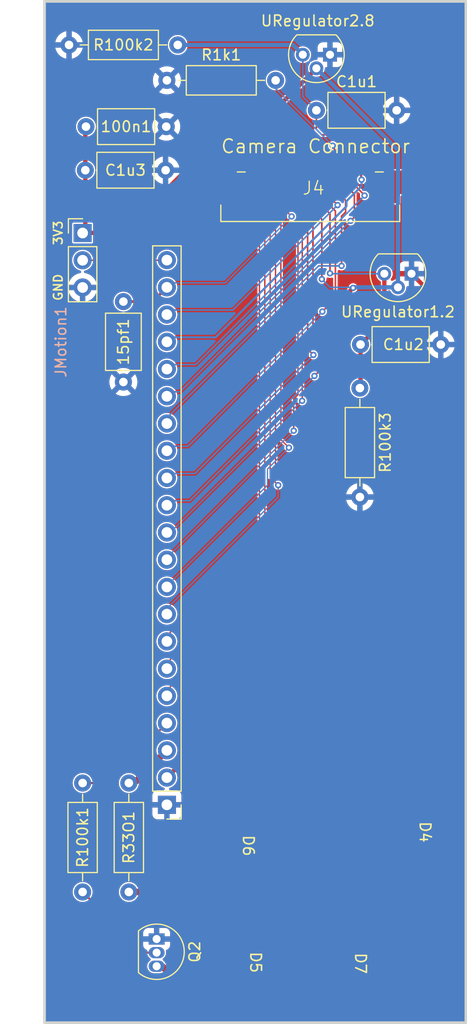
<source format=kicad_pcb>
(kicad_pcb (version 20211014) (generator pcbnew)
  (layers (0 "F.Cu" signal "Front") (31 "B.Cu" signal "Back") (34 "B.Paste" user) (35 "F.Paste" user) (36 "B.SilkS" user "B.Silkscreen") (37 "F.SilkS" user "F.Silkscreen") (38 "B.Mask" user) (39 "F.Mask" user) (44 "Edge.Cuts" user))
  (net 0 "")
  (net 1 "GND")
  (net 2 "3V3")
  (net 3 "/Camera Module/CSI_PCLK")
  (net 4 "CSI_2.8V")
  (net 5 "CSI_1.2V")
  (net 6 "/Camera Module/Vbat")
  (net 7 "/Camera Module/V_led_switch-")
  (net 8 "/Camera Module/CSI_D0")
  (net 9 "/Camera Module/CSI_D1")
  (net 10 "/Camera Module/CSI_D2")
  (net 11 "/Camera Module/CSI_D3")
  (net 12 "/Camera Module/CSI_D4")
  (net 13 "/Camera Module/CSI_D5")
  (net 14 "/Camera Module/CSI_D6")
  (net 15 "/Camera Module/CSI_D7")
  (net 16 "/Camera Module/CSI_MCLK")
  (net 17 "/Camera Module/CSI_HSYNC")
  (net 18 "/Camera Module/CSI_VSYNC")
  (net 19 "/Camera Module/CAM_RST")
  (net 20 "/Camera Module/TWI_SCK")
  (net 21 "/Camera Module/TWI_SDA")
  (net 22 "/Camera Module/PWDN")
  (net 26 "Net-(D5-Pad1)")
  (net 27 "Net-(Q2-Pad2)")
  (net 28 "Net-(D4-Pad2)")
  (net 29 "Net-(D4-Pad1)")
  (net 30 "/Camera Module/Motion_out")
  (footprint "LED:SFH 4253" (layer "F.Cu") (at 123 145.9 180)
    (fp_text reference "D7" (at 3.3 0.3 270 unlocked) (layer "F.SilkS"))
    (fp_text value "LED")
    (pad "1" smd roundrect (at 0 -2 180) (size 2.6 2.5) (layers "F.Cu" "F.Paste" "F.Mask") (net 26 "Net-(D5-Pad1)"))
    (pad "2" smd roundrect (at 0 2 180) (size 2.6 2.5) (layers "F.Cu" "F.Paste" "F.Mask") (net 29 "Net-(D4-Pad1)"))
  )
  (footprint "Resistor_THT:R_Axial_DIN0207_L6.3mm_D2.5mm_P10.16mm_Horizontal" (layer "F.Cu") (at 102.616 59.944 180)
    (fp_text reference "R100k2" (at 5.08 0) (layer "F.SilkS"))
    (fp_text value "100kOhm")
    (fp_line (start 1.04 0) (end 1.81 0) (layer "F.SilkS") (width 0.12))
    (fp_line (start 8.35 1.37) (end 8.35 -1.37) (layer "F.SilkS") (width 0.12))
    (fp_line (start 1.81 1.37) (end 8.35 1.37) (layer "F.SilkS") (width 0.12))
    (fp_line (start 9.12 0) (end 8.35 0) (layer "F.SilkS") (width 0.12))
    (fp_line (start 1.81 -1.37) (end 1.81 1.37) (layer "F.SilkS") (width 0.12))
    (fp_line (start 8.35 -1.37) (end 1.81 -1.37) (layer "F.SilkS") (width 0.12))
    (pad "1" thru_hole circle (at 0 0 180) (size 1.6 1.6) (drill 0.8) (layers *.Cu *.Mask) (net 4 "CSI_2.8V"))
    (pad "2" thru_hole oval (at 10.16 0 180) (size 1.6 1.6) (drill 0.8) (layers *.Cu *.Mask) (net 1 "GND"))
  )
  (footprint "Package_TO_SOT_THT:TO-92L_Inline" (layer "F.Cu") (at 100.642 143.326 -90)
    (fp_text reference "Q2" (at 1.19 -3.56 90) (layer "F.SilkS"))
    (fp_text value "Q_NMOS_DGS")
    (fp_line (start -0.75 1.7) (end 3.1 1.7) (layer "F.SilkS") (width 0.12))
    (fp_arc (start -0.75 1.7) (mid 1.183448 -2.579449) (end 3.138611 1.690122) (layer "F.SilkS") (width 0.12))
    (pad "1" thru_hole rect (at 0 0 270) (size 1.05 1.5) (drill 0.75) (layers *.Cu *.Mask) (net 1 "GND"))
    (pad "2" thru_hole oval (at 1.27 0 270) (size 1.05 1.5) (drill 0.75) (layers *.Cu *.Mask) (net 27 "Net-(Q2-Pad2)"))
    (pad "3" thru_hole oval (at 2.54 0 270) (size 1.05 1.5) (drill 0.75) (layers *.Cu *.Mask) (net 26 "Net-(D5-Pad1)"))
  )
  (footprint "LED:SFH 4253" (layer "F.Cu") (at 107.2 134 180)
    (fp_text reference "D6" (at -2.02 -0.62 270 unlocked) (layer "F.SilkS"))
    (fp_text value "LED")
    (pad "1" smd roundrect (at 0 -2 180) (size 2.6 2.5) (layers "F.Cu" "F.Paste" "F.Mask") (net 29 "Net-(D4-Pad1)"))
    (pad "2" smd roundrect (at 0 2 180) (size 2.6 2.5) (layers "F.Cu" "F.Paste" "F.Mask") (net 28 "Net-(D4-Pad2)"))
  )
  (footprint "Capacitor_THT:C_Axial_L5.1mm_D3.1mm_P7.50mm_Horizontal" (layer "F.Cu") (at 119.694 87.884)
    (fp_text reference "C1u2" (at 4.004 0) (layer "F.SilkS"))
    (fp_text value "1u")
    (fp_line (start 6.42 -1.67) (end 1.08 -1.67) (layer "F.SilkS") (width 0.12))
    (fp_line (start 6.42 1.67) (end 6.42 -1.67) (layer "F.SilkS") (width 0.12))
    (fp_line (start 1.08 -1.67) (end 1.08 1.67) (layer "F.SilkS") (width 0.12))
    (fp_line (start 6.46 0) (end 6.42 0) (layer "F.SilkS") (width 0.12))
    (fp_line (start 1.08 1.67) (end 6.42 1.67) (layer "F.SilkS") (width 0.12))
    (fp_line (start 1.04 0) (end 1.08 0) (layer "F.SilkS") (width 0.12))
    (pad "1" thru_hole circle (at 0 0) (size 1.6 1.6) (drill 0.8) (layers *.Cu *.Mask) (net 5 "CSI_1.2V"))
    (pad "2" thru_hole oval (at 7.5 0) (size 1.6 1.6) (drill 0.8) (layers *.Cu *.Mask) (net 1 "GND"))
  )
  (footprint "Resistor_THT:R_Axial_DIN0207_L6.3mm_D2.5mm_P10.16mm_Horizontal" (layer "F.Cu") (at 119.634 91.948 -90)
    (fp_text reference "R100k3" (at 5.08 -2.37 90) (layer "F.SilkS"))
    (fp_text value "100kOhm")
    (fp_line (start 1.04 0) (end 1.81 0) (layer "F.SilkS") (width 0.12))
    (fp_line (start 8.35 1.37) (end 8.35 -1.37) (layer "F.SilkS") (width 0.12))
    (fp_line (start 8.35 -1.37) (end 1.81 -1.37) (layer "F.SilkS") (width 0.12))
    (fp_line (start 9.12 0) (end 8.35 0) (layer "F.SilkS") (width 0.12))
    (fp_line (start 1.81 -1.37) (end 1.81 1.37) (layer "F.SilkS") (width 0.12))
    (fp_line (start 1.81 1.37) (end 8.35 1.37) (layer "F.SilkS") (width 0.12))
    (pad "1" thru_hole circle (at 0 0 270) (size 1.6 1.6) (drill 0.8) (layers *.Cu *.Mask) (net 5 "CSI_1.2V"))
    (pad "2" thru_hole oval (at 10.16 0 270) (size 1.6 1.6) (drill 0.8) (layers *.Cu *.Mask) (net 1 "GND"))
  )
  (footprint "Connector_PinHeader_2.54mm:PinHeader_1x21_P2.54mm_Vertical" (layer "F.Cu") (at 101.6 130.81 180)
    (fp_text reference "J1" hide)
    (fp_text value "Conn_01x21_Female")
    (fp_line (start -1.33 52.13) (end 1.33 52.13) (layer "F.SilkS") (width 0.12))
    (fp_line (start -1.33 0) (end -1.33 -1.33) (layer "F.SilkS") (width 0.12))
    (fp_line (start 1.33 1.27) (end 1.33 52.13) (layer "F.SilkS") (width 0.12))
    (fp_line (start -1.33 -1.33) (end 0 -1.33) (layer "F.SilkS") (width 0.12))
    (fp_line (start -1.33 1.27) (end -1.33 52.13) (layer "F.SilkS") (width 0.12))
    (fp_line (start -1.33 1.27) (end 1.33 1.27) (layer "F.SilkS") (width 0.12))
    (pad "1" thru_hole rect (at 0 0 180) (size 1.7 1.7) (drill 1) (layers *.Cu *.Mask) (net 1 "GND"))
    (pad "2" thru_hole oval (at 0 2.54 180) (size 1.7 1.7) (drill 1) (layers *.Cu *.Mask) (net 2 "3V3"))
    (pad "3" thru_hole oval (at 0 5.08 180) (size 1.7 1.7) (drill 1) (layers *.Cu *.Mask) (net 6 "/Camera Module/Vbat"))
    (pad "4" thru_hole oval (at 0 7.62 180) (size 1.7 1.7) (drill 1) (layers *.Cu *.Mask) (net 7 "/Camera Module/V_led_switch-"))
    (pad "5" thru_hole oval (at 0 10.16 180) (size 1.7 1.7) (drill 1) (layers *.Cu *.Mask) (net 8 "/Camera Module/CSI_D0"))
    (pad "6" thru_hole oval (at 0 12.7 180) (size 1.7 1.7) (drill 1) (layers *.Cu *.Mask) (net 9 "/Camera Module/CSI_D1"))
    (pad "7" thru_hole oval (at 0 15.24 180) (size 1.7 1.7) (drill 1) (layers *.Cu *.Mask) (net 10 "/Camera Module/CSI_D2"))
    (pad "8" thru_hole oval (at 0 17.78 180) (size 1.7 1.7) (drill 1) (layers *.Cu *.Mask) (net 11 "/Camera Module/CSI_D3"))
    (pad "9" thru_hole oval (at 0 20.32 180) (size 1.7 1.7) (drill 1) (layers *.Cu *.Mask) (net 12 "/Camera Module/CSI_D4"))
    (pad "10" thru_hole oval (at 0 22.86 180) (size 1.7 1.7) (drill 1) (layers *.Cu *.Mask) (net 13 "/Camera Module/CSI_D5"))
    (pad "11" thru_hole oval (at 0 25.4 180) (size 1.7 1.7) (drill 1) (layers *.Cu *.Mask) (net 14 "/Camera Module/CSI_D6"))
    (pad "12" thru_hole oval (at 0 27.94 180) (size 1.7 1.7) (drill 1) (layers *.Cu *.Mask) (net 15 "/Camera Module/CSI_D7"))
    (pad "13" thru_hole oval (at 0 30.48 180) (size 1.7 1.7) (drill 1) (layers *.Cu *.Mask) (net 16 "/Camera Module/CSI_MCLK"))
    (pad "14" thru_hole oval (at 0 33.02 180) (size 1.7 1.7) (drill 1) (layers *.Cu *.Mask) (net 17 "/Camera Module/CSI_HSYNC"))
    (pad "15" thru_hole oval (at 0 35.56 180) (size 1.7 1.7) (drill 1) (layers *.Cu *.Mask) (net 18 "/Camera Module/CSI_VSYNC"))
    (pad "16" thru_hole oval (at 0 38.1 180) (size 1.7 1.7) (drill 1) (layers *.Cu *.Mask) (net 19 "/Camera Module/CAM_RST"))
    (pad "17" thru_hole oval (at 0 40.64 180) (size 1.7 1.7) (drill 1) (layers *.Cu *.Mask) (net 20 "/Camera Module/TWI_SCK"))
    (pad "18" thru_hole oval (at 0 43.18 180) (size 1.7 1.7) (drill 1) (layers *.Cu *.Mask) (net 21 "/Camera Module/TWI_SDA"))
    (pad "19" thru_hole oval (at 0 45.72 180) (size 1.7 1.7) (drill 1) (layers *.Cu *.Mask) (net 22 "/Camera Module/PWDN"))
    (pad "20" thru_hole oval (at 0 48.26 180) (size 1.7 1.7) (drill 1) (layers *.Cu *.Mask) (net 3 "/Camera Module/CSI_PCLK"))
    (pad "21" thru_hole oval (at 0 50.8 180) (size 1.7 1.7) (drill 1) (layers *.Cu *.Mask) (net 30 "/Camera Module/Motion_out"))
  )
  (footprint "Package_TO_SOT_THT:TO-92" (layer "F.Cu") (at 116.84 60.854 180)
    (fp_text reference "URegulator2.8" (at 1.14 3.154 180) (layer "F.SilkS"))
    (fp_text value "2.8V regulator")
    (fp_line (start -0.53 1.85) (end 3.07 1.85) (layer "F.SilkS") (width 0.12))
    (fp_arc (start -0.568478 1.838478) (mid -1.132087 -0.994977) (end 1.27 -2.6) (layer "F.SilkS") (width 0.12))
    (fp_arc (start 1.27 -2.6) (mid 3.672087 -0.994977) (end 3.108478 1.838478) (layer "F.SilkS") (width 0.12))
    (pad "1" thru_hole rect (at 0 0 180) (size 1.3 1.3) (drill 0.75) (layers *.Cu *.Mask) (net 1 "GND"))
    (pad "2" thru_hole circle (at 1.27 -1.27 180) (size 1.3 1.3) (drill 0.75) (layers *.Cu *.Mask) (net 2 "3V3"))
    (pad "3" thru_hole circle (at 2.54 0 180) (size 1.3 1.3) (drill 0.75) (layers *.Cu *.Mask) (net 4 "CSI_2.8V"))
  )
  (footprint "Capacitor_THT:C_Axial_L5.1mm_D3.1mm_P7.50mm_Horizontal" (layer "F.Cu") (at 101.54 67.564 180)
    (fp_text reference "100n1" (at 3.75 0) (layer "F.SilkS"))
    (fp_text value "100nF")
    (fp_line (start 1.08 1.67) (end 6.42 1.67) (layer "F.SilkS") (width 0.12))
    (fp_line (start 6.42 -1.67) (end 1.08 -1.67) (layer "F.SilkS") (width 0.12))
    (fp_line (start 6.46 0) (end 6.42 0) (layer "F.SilkS") (width 0.12))
    (fp_line (start 1.04 0) (end 1.08 0) (layer "F.SilkS") (width 0.12))
    (fp_line (start 6.42 1.67) (end 6.42 -1.67) (layer "F.SilkS") (width 0.12))
    (fp_line (start 1.08 -1.67) (end 1.08 1.67) (layer "F.SilkS") (width 0.12))
    (pad "1" thru_hole circle (at 0 0 180) (size 1.6 1.6) (drill 0.8) (layers *.Cu *.Mask) (net 1 "GND"))
    (pad "2" thru_hole oval (at 7.5 0 180) (size 1.6 1.6) (drill 0.8) (layers *.Cu *.Mask) (net 2 "3V3"))
  )
  (footprint "LED:SFH 4253" (layer "F.Cu") (at 123 134 180)
    (fp_text reference "D4" (at -2.73 0.65 270 unlocked) (layer "F.SilkS"))
    (fp_text value "LED")
    (pad "1" smd roundrect (at 0 -2 180) (size 2.6 2.5) (layers "F.Cu" "F.Paste" "F.Mask") (net 29 "Net-(D4-Pad1)"))
    (pad "2" smd roundrect (at 0 2 180) (size 2.6 2.5) (layers "F.Cu" "F.Paste" "F.Mask") (net 28 "Net-(D4-Pad2)"))
  )
  (footprint "Capacitor_THT:C_Axial_L5.1mm_D3.1mm_P7.50mm_Horizontal" (layer "F.Cu") (at 93.98 71.628)
    (fp_text reference "C1u3" (at 3.75 0) (layer "F.SilkS"))
    (fp_text value "1u")
    (fp_line (start 1.08 1.67) (end 6.42 1.67) (layer "F.SilkS") (width 0.12))
    (fp_line (start 1.04 0) (end 1.08 0) (layer "F.SilkS") (width 0.12))
    (fp_line (start 6.42 1.67) (end 6.42 -1.67) (layer "F.SilkS") (width 0.12))
    (fp_line (start 1.08 -1.67) (end 1.08 1.67) (layer "F.SilkS") (width 0.12))
    (fp_line (start 6.46 0) (end 6.42 0) (layer "F.SilkS") (width 0.12))
    (fp_line (start 6.42 -1.67) (end 1.08 -1.67) (layer "F.SilkS") (width 0.12))
    (pad "1" thru_hole circle (at 0 0) (size 1.6 1.6) (drill 0.8) (layers *.Cu *.Mask) (net 2 "3V3"))
    (pad "2" thru_hole oval (at 7.5 0) (size 1.6 1.6) (drill 0.8) (layers *.Cu *.Mask) (net 1 "GND"))
  )
  (footprint "Resistor_THT:R_Axial_DIN0207_L6.3mm_D2.5mm_P10.16mm_Horizontal" (layer "F.Cu") (at 93.726 128.778 -90)
    (fp_text reference "R100k1" (at 5.08 0 90) (layer "F.SilkS"))
    (fp_text value "100kOhm")
    (fp_line (start 1.04 0) (end 1.81 0) (layer "F.SilkS") (width 0.12))
    (fp_line (start 9.12 0) (end 8.35 0) (layer "F.SilkS") (width 0.12))
    (fp_line (start 8.35 1.37) (end 8.35 -1.37) (layer "F.SilkS") (width 0.12))
    (fp_line (start 1.81 1.37) (end 8.35 1.37) (layer "F.SilkS") (width 0.12))
    (fp_line (start 8.35 -1.37) (end 1.81 -1.37) (layer "F.SilkS") (width 0.12))
    (fp_line (start 1.81 -1.37) (end 1.81 1.37) (layer "F.SilkS") (width 0.12))
    (pad "1" thru_hole circle (at 0 0 270) (size 1.6 1.6) (drill 0.8) (layers *.Cu *.Mask) (net 7 "/Camera Module/V_led_switch-"))
    (pad "2" thru_hole oval (at 10.16 0 270) (size 1.6 1.6) (drill 0.8) (layers *.Cu *.Mask) (net 27 "Net-(Q2-Pad2)"))
  )
  (footprint "Resistor_THT:R_Axial_DIN0207_L6.3mm_D2.5mm_P10.16mm_Horizontal" (layer "F.Cu") (at 101.6 63.246)
    (fp_text reference "R1k1" (at 5.08 -2.37) (layer "F.SilkS"))
    (fp_text value "1k1")
    (fp_line (start 8.35 1.37) (end 8.35 -1.37) (layer "F.SilkS") (width 0.12))
    (fp_line (start 1.81 -1.37) (end 1.81 1.37) (layer "F.SilkS") (width 0.12))
    (fp_line (start 1.81 1.37) (end 8.35 1.37) (layer "F.SilkS") (width 0.12))
    (fp_line (start 9.12 0) (end 8.35 0) (layer "F.SilkS") (width 0.12))
    (fp_line (start 8.35 -1.37) (end 1.81 -1.37) (layer "F.SilkS") (width 0.12))
    (fp_line (start 1.04 0) (end 1.81 0) (layer "F.SilkS") (width 0.12))
    (pad "1" thru_hole circle (at 0 0) (size 1.6 1.6) (drill 0.8) (layers *.Cu *.Mask) (net 1 "GND"))
    (pad "2" thru_hole oval (at 10.16 0) (size 1.6 1.6) (drill 0.8) (layers *.Cu *.Mask) (net 22 "/Camera Module/PWDN"))
  )
  (footprint "LED:SFH 4253" (layer "F.Cu") (at 107 145.9 180)
    (fp_text reference "D5" (at -2.9 0.4 270 unlocked) (layer "F.SilkS"))
    (fp_text value "LED")
    (pad "1" smd roundrect (at 0 -2 180) (size 2.6 2.5) (layers "F.Cu" "F.Paste" "F.Mask") (net 26 "Net-(D5-Pad1)"))
    (pad "2" smd roundrect (at 0 2 180) (size 2.6 2.5) (layers "F.Cu" "F.Paste" "F.Mask") (net 29 "Net-(D4-Pad1)"))
  )
  (footprint "Capacitor_THT:C_Axial_L5.1mm_D3.1mm_P7.50mm_Horizontal" (layer "F.Cu") (at 97.536 91.38 90)
    (fp_text reference "15pf1" (at 3.75 0 90) (layer "F.SilkS"))
    (fp_text value "15pF")
    (fp_line (start 1.04 0) (end 1.08 0) (layer "F.SilkS") (width 0.12))
    (fp_line (start 6.42 1.67) (end 6.42 -1.67) (layer "F.SilkS") (width 0.12))
    (fp_line (start 6.42 -1.67) (end 1.08 -1.67) (layer "F.SilkS") (width 0.12))
    (fp_line (start 1.08 1.67) (end 6.42 1.67) (layer "F.SilkS") (width 0.12))
    (fp_line (start 6.46 0) (end 6.42 0) (layer "F.SilkS") (width 0.12))
    (fp_line (start 1.08 -1.67) (end 1.08 1.67) (layer "F.SilkS") (width 0.12))
    (pad "1" thru_hole circle (at 0 0 90) (size 1.6 1.6) (drill 0.8) (layers *.Cu *.Mask) (net 1 "GND"))
    (pad "2" thru_hole oval (at 7.5 0 90) (size 1.6 1.6) (drill 0.8) (layers *.Cu *.Mask) (net 3 "/Camera Module/CSI_PCLK"))
  )
  (footprint "Resistor_THT:R_Axial_DIN0207_L6.3mm_D2.5mm_P10.16mm_Horizontal" (layer "F.Cu") (at 98.044 128.778 -90)
    (fp_text reference "R33O1" (at 5.08 0 90) (layer "F.SilkS"))
    (fp_text value "33Ohm")
    (fp_line (start 8.35 -1.37) (end 1.81 -1.37) (layer "F.SilkS") (width 0.12))
    (fp_line (start 1.81 1.37) (end 8.35 1.37) (layer "F.SilkS") (width 0.12))
    (fp_line (start 1.81 -1.37) (end 1.81 1.37) (layer "F.SilkS") (width 0.12))
    (fp_line (start 8.35 1.37) (end 8.35 -1.37) (layer "F.SilkS") (width 0.12))
    (fp_line (start 1.04 0) (end 1.81 0) (layer "F.SilkS") (width 0.12))
    (fp_line (start 9.12 0) (end 8.35 0) (layer "F.SilkS") (width 0.12))
    (pad "1" thru_hole circle (at 0 0 270) (size 1.6 1.6) (drill 0.8) (layers *.Cu *.Mask) (net 6 "/Camera Module/Vbat"))
    (pad "2" thru_hole oval (at 10.16 0 270) (size 1.6 1.6) (drill 0.8) (layers *.Cu *.Mask) (net 28 "Net-(D4-Pad2)"))
  )
  (footprint "Connector_PinHeader_2.54mm:PinHeader_1x03_P2.54mm_Vertical" (layer "F.Cu") (at 93.726 77.485)
    (fp_text reference "JMotion1" (at -2.032 10.16 90) (layer "B.SilkS"))
    (fp_text value "Conn_01x03_Female")
    (fp_line (start -1.33 0) (end -1.33 -1.33) (layer "F.SilkS") (width 0.12))
    (fp_line (start -1.33 6.41) (end 1.33 6.41) (layer "F.SilkS") (width 0.12))
    (fp_line (start -1.33 1.27) (end -1.33 6.41) (layer "F.SilkS") (width 0.12))
    (fp_line (start -1.33 -1.33) (end 0 -1.33) (layer "F.SilkS") (width 0.12))
    (fp_line (start -1.33 1.27) (end 1.33 1.27) (layer "F.SilkS") (width 0.12))
    (fp_line (start 1.33 1.27) (end 1.33 6.41) (layer "F.SilkS") (width 0.12))
    (pad "1" thru_hole rect (at 0 0) (size 1.7 1.7) (drill 1) (layers *.Cu *.Mask) (net 2 "3V3"))
    (pad "2" thru_hole oval (at 0 2.54) (size 1.7 1.7) (drill 1) (layers *.Cu *.Mask) (net 30 "/Camera Module/Motion_out"))
    (pad "3" thru_hole oval (at 0 5.08) (size 1.7 1.7) (drill 1) (layers *.Cu *.Mask) (net 1 "GND"))
  )
  (footprint "Capacitor_THT:C_Axial_L5.1mm_D3.1mm_P7.50mm_Horizontal" (layer "F.Cu") (at 115.57 66.04)
    (fp_text reference "C1u1" (at 3.75 -2.67) (layer "F.SilkS"))
    (fp_text value "1u")
    (fp_line (start 6.46 0) (end 6.42 0) (layer "F.SilkS") (width 0.12))
    (fp_line (start 1.08 1.67) (end 6.42 1.67) (layer "F.SilkS") (width 0.12))
    (fp_line (start 1.08 -1.67) (end 1.08 1.67) (layer "F.SilkS") (width 0.12))
    (fp_line (start 6.42 -1.67) (end 1.08 -1.67) (layer "F.SilkS") (width 0.12))
    (fp_line (start 1.04 0) (end 1.08 0) (layer "F.SilkS") (width 0.12))
    (fp_line (start 6.42 1.67) (end 6.42 -1.67) (layer "F.SilkS") (width 0.12))
    (pad "1" thru_hole circle (at 0 0) (size 1.6 1.6) (drill 0.8) (layers *.Cu *.Mask) (net 4 "CSI_2.8V"))
    (pad "2" thru_hole oval (at 7.5 0) (size 1.6 1.6) (drill 0.8) (layers *.Cu *.Mask) (net 1 "GND"))
  )
  (footprint "Package_TO_SOT_THT:TO-92" (layer "F.Cu") (at 124.46 81.28 180)
    (fp_text reference "URegulator1.2" (at 1.27 -3.56 180) (layer "F.SilkS"))
    (fp_text value "1.2V Regulator")
    (fp_line (start -0.53 1.85) (end 3.07 1.85) (layer "F.SilkS") (width 0.12))
    (fp_arc (start 1.27 -2.6) (mid 3.672087 -0.994977) (end 3.108478 1.838478) (layer "F.SilkS") (width 0.12))
    (fp_arc (start -0.568478 1.838478) (mid -1.132087 -0.994977) (end 1.27 -2.6) (layer "F.SilkS") (width 0.12))
    (pad "1" thru_hole rect (at 0 0 180) (size 1.3 1.3) (drill 0.75) (layers *.Cu *.Mask) (net 1 "GND"))
    (pad "2" thru_hole circle (at 1.27 -1.27 180) (size 1.3 1.3) (drill 0.75) (layers *.Cu *.Mask) (net 2 "3V3"))
    (pad "3" thru_hole circle (at 2.54 0 180) (size 1.3 1.3) (drill 0.75) (layers *.Cu *.Mask) (net 5 "CSI_1.2V"))
  )
  (footprint "components:CONN_MOLEX_52437-2471" (layer "F.Cu") (at 115 74.1)
    (fp_text reference "J4" (at 0.3 -0.8) (layer "F.SilkS") (effects (font (size 1.2 1.2) (thickness 0.12))))
    (fp_text value "Camera Connector" (at 0.5 -4.7) (layer "F.SilkS") (effects (font (size 1.27 1.27))))
    (fp_line (start 8.36 0.78) (end 8.36 2.31) (layer "F.SilkS") (width 0.12))
    (fp_line (start 6.08 -2.31) (end 6.82 -2.31) (layer "F.SilkS") (width 0.12))
    (fp_line (start -8.36 2.31) (end -8.36 0.78) (layer "F.SilkS") (width 0.12))
    (fp_line (start 8.36 2.31) (end -8.36 2.31) (layer "F.SilkS") (width 0.12))
    (fp_line (start -6.82 -2.31) (end -6.08 -2.31) (layer "F.SilkS") (width 0.12))
    (pad "1" smd rect (at -5.75 -2.85) (size 0.3 0.8) (layers "F.Cu" "F.Paste" "F.Mask"))
    (pad "2" smd rect (at -5.25 -2.85) (size 0.3 0.8) (layers "F.Cu" "F.Paste" "F.Mask"))
    (pad "3" smd rect (at -4.75 -2.85) (size 0.3 0.8) (layers "F.Cu" "F.Paste" "F.Mask") (net 10 "/Camera Module/CSI_D2"))
    (pad "4" smd rect (at -4.25 -2.85) (size 0.3 0.8) (layers "F.Cu" "F.Paste" "F.Mask") (net 9 "/Camera Module/CSI_D1"))
    (pad "5" smd rect (at -3.75 -2.85) (size 0.3 0.8) (layers "F.Cu" "F.Paste" "F.Mask") (net 11 "/Camera Module/CSI_D3"))
    (pad "6" smd rect (at -3.25 -2.85) (size 0.3 0.8) (layers "F.Cu" "F.Paste" "F.Mask") (net 8 "/Camera Module/CSI_D0"))
    (pad "7" smd rect (at -2.75 -2.85) (size 0.3 0.8) (layers "F.Cu" "F.Paste" "F.Mask") (net 12 "/Camera Module/CSI_D4"))
    (pad "8" smd rect (at -2.25 -2.85) (size 0.3 0.8) (layers "F.Cu" "F.Paste" "F.Mask") (net 3 "/Camera Module/CSI_PCLK"))
    (pad "9" smd rect (at -1.75 -2.85) (size 0.3 0.8) (layers "F.Cu" "F.Paste" "F.Mask") (net 13 "/Camera Module/CSI_D5"))
    (pad "10" smd rect (at -1.25 -2.85) (size 0.3 0.8) (layers "F.Cu" "F.Paste" "F.Mask") (net 1 "GND"))
    (pad "11" smd rect (at -0.75 -2.85) (size 0.3 0.8) (layers "F.Cu" "F.Paste" "F.Mask") (net 14 "/Camera Module/CSI_D6"))
    (pad "12" smd rect (at -0.25 -2.85) (size 0.3 0.8) (layers "F.Cu" "F.Paste" "F.Mask") (net 16 "/Camera Module/CSI_MCLK"))
    (pad "13" smd rect (at 0.25 -2.85) (size 0.3 0.8) (layers "F.Cu" "F.Paste" "F.Mask") (net 15 "/Camera Module/CSI_D7"))
    (pad "14" smd rect (at 0.75 -2.85) (size 0.3 0.8) (layers "F.Cu" "F.Paste" "F.Mask") (net 2 "3V3"))
    (pad "15" smd rect (at 1.25 -2.85) (size 0.3 0.8) (layers "F.Cu" "F.Paste" "F.Mask") (net 5 "CSI_1.2V"))
    (pad "16" smd rect (at 1.75 -2.85) (size 0.3 0.8) (layers "F.Cu" "F.Paste" "F.Mask") (net 17 "/Camera Module/CSI_HSYNC"))
    (pad "17" smd rect (at 2.25 -2.85) (size 0.3 0.8) (layers "F.Cu" "F.Paste" "F.Mask") (net 22 "/Camera Module/PWDN"))
    (pad "18" smd rect (at 2.75 -2.85) (size 0.3 0.8) (layers "F.Cu" "F.Paste" "F.Mask") (net 18 "/Camera Module/CSI_VSYNC"))
    (pad "19" smd rect (at 3.25 -2.85) (size 0.3 0.8) (layers "F.Cu" "F.Paste" "F.Mask") (net 19 "/Camera Module/CAM_RST"))
    (pad "20" smd rect (at 3.75 -2.85) (size 0.3 0.8) (layers "F.Cu" "F.Paste" "F.Mask") (net 20 "/Camera Module/TWI_SCK"))
    (pad "21" smd rect (at 4.25 -2.85) (size 0.3 0.8) (layers "F.Cu" "F.Paste" "F.Mask") (net 4 "CSI_2.8V"))
    (pad "22" smd rect (at 4.75 -2.85) (size 0.3 0.8) (layers "F.Cu" "F.Paste" "F.Mask") (net 21 "/Camera Module/TWI_SDA"))
    (pad "23" smd rect (at 5.25 -2.85) (size 0.3 0.8) (layers "F.Cu" "F.Paste" "F.Mask") (net 1 "GND"))
    (pad "24" smd rect (at 5.75 -2.85) (size 0.3 0.8) (layers "F.Cu" "F.Paste" "F.Mask"))
    (pad "MP" smd custom (at 8.4 -1.45) (size 1 1) (layers "F.Cu" "F.Paste" "F.Mask") (options (clearance outline) (anchor rect)) (primitives (gr_poly (pts (xy 1 -1) (xy -1.4 -1) (xy -1.4 2.05) (xy -0.1 2.05) (xy -0.1 1.2) (xy 1 1.2)) (width 0) (fill yes))))
    (pad "MP" smd custom (at -8.4 -1.45) (size 1 1) (layers "F.Cu" "F.Paste" "F.Mask") (options (clearance outline) (anchor rect)) (primitives (gr_poly (pts (xy -1 -1) (xy 1.4 -1) (xy 1.4 2.05) (xy 0.1 2.05) (xy 0.1 1.2) (xy -1 1.2)) (width 0) (fill yes))))
  )
  (gr_rect (start 90.17 55.88) (end 129.54 151.13) (layer "Edge.Cuts") (width 0.254) (fill none))
  (gr_text "GND\n" (at 91.44 82.55 90) (layer "F.SilkS") (effects (font (size 0.8128 0.8128) (thickness 0.1524))))
  (gr_text "3V3" (at 91.44 77.47 90) (layer "F.SilkS") (effects (font (size 0.8128 0.8128) (thickness 0.1524))))
  (segment (start 127.194 87.884) (end 127.194 84.014) (width 0.4) (layer "F.Cu") (net 1))
  (segment (start 127.194 84.014) (end 124.46 81.28) (width 0.4) (layer "F.Cu") (net 1))
  (segment (start 101.6 128.27) (end 116.078 113.792) (width 0.4) (layer "F.Cu") (net 2))
  (segment (start 93.98 71.628) (end 93.98 67.624) (width 0.4) (layer "F.Cu") (net 2))
  (segment (start 117.856 90.932) (end 117.856 83.744) (width 0.4) (layer "F.Cu") (net 2))
  (segment (start 97.536 77.47) (end 107.188 67.818) (width 0.4) (layer "F.Cu") (net 2))
  (segment (start 111.194 66.5) (end 112.147 65.547) (width 0.4) (layer "F.Cu") (net 2))
  (segment (start 107.188 67.818) (end 107.188 67.812) (width 0.4) (layer "F.Cu") (net 2))
  (segment (start 116.078 81.788) (end 116.078 76.2) (width 0.15) (layer "F.Cu") (net 2))
  (segment (start 112.147 65.665) (end 112.147 65.547) (width 0.15) (layer "F.Cu") (net 2))
  (segment (start 93.98 71.628) (end 93.98 77.47) (width 0.4) (layer "F.Cu") (net 2))
  (segment (start 117.856 83.744) (end 119 82.6) (width 0.4) (layer "F.Cu") (net 2))
  (segment (start 93.98 77.47) (end 97.536 77.47) (width 0.4) (layer "F.Cu") (net 2))
  (segment (start 116.078 76.2) (end 115.75 75.872) (width 0.15) (layer "F.Cu") (net 2))
  (segment (start 115.75 69.268) (end 112.147 65.665) (width 0.15) (layer "F.Cu") (net 2))
  (segment (start 116.078 92.71) (end 117.856 90.932) (width 0.4) (layer "F.Cu") (net 2))
  (segment (start 107.188 67.812) (end 108.5 66.5) (width 0.4) (layer "F.Cu") (net 2))
  (segment (start 93.98 67.624) (end 94.04 67.564) (width 0.4) (layer "F.Cu") (net 2))
  (segment (start 101.5 127.85) (end 101.89 127.85) (width 0.2) (layer "F.Cu") (net 2))
  (segment (start 108.5 66.5) (end 111.194 66.5) (width 0.4) (layer "F.Cu") (net 2))
  (segment (start 112.147 65.547) (end 115.57 62.124) (width 0.4) (layer "F.Cu") (net 2))
  (segment (start 115.75 75.872) (end 115.75 69.268) (width 0.15) (layer "F.Cu") (net 2))
  (segment (start 116.078 113.792) (end 116.078 92.71) (width 0.4) (layer "F.Cu") (net 2))
  (via (at 119 82.6) (size 0.6) (drill 0.3) (layers "F.Cu" "B.Cu") (net 2))
  (via (at 116.078 81.788) (size 0.6) (drill 0.3) (layers "F.Cu" "B.Cu") (net 2))
  (segment (start 118.95 82.55) (end 119 82.6) (width 0.15) (layer "B.Cu") (net 2))
  (segment (start 123.19 82.55) (end 119.05 82.55) (width 0.4) (layer "B.Cu") (net 2))
  (segment (start 123.19 69.744) (end 115.57 62.124) (width 0.4) (layer "B.Cu") (net 2))
  (segment (start 116.84 82.55) (end 118.95 82.55) (width 0.15) (layer "B.Cu") (net 2))
  (segment (start 123.19 82.148) (end 123.19 69.744) (width 0.4) (layer "B.Cu") (net 2))
  (segment (start 116.84 82.55) (end 116.078 81.788) (width 0.15) (layer "B.Cu") (net 2))
  (segment (start 119.05 82.55) (end 119 82.6) (width 0.4) (layer "B.Cu") (net 2))
  (segment (start 100.27 83.88) (end 101.6 82.55) (width 0.254) (layer "F.Cu") (net 3))
  (segment (start 112.75 75.44) (end 113.25 75.94) (width 0.127) (layer "F.Cu") (net 3))
  (segment (start 97.536 83.88) (end 100.27 83.88) (width 0.254) (layer "F.Cu") (net 3))
  (segment (start 112.75 71.05) (end 112.75 75.44) (width 0.127) (layer "F.Cu") (net 3))
  (via (at 113.25 75.94) (size 0.6) (drill 0.3) (layers "F.Cu" "B.Cu") (net 3))
  (segment (start 107.06 82.13) (end 101.5 82.13) (width 0.127) (layer "B.Cu") (net 3))
  (segment (start 113.25 75.94) (end 107.06 82.13) (width 0.127) (layer "B.Cu") (net 3))
  (segment (start 115.57 67.818) (end 115.57 66.04) (width 0.15) (layer "F.Cu") (net 4))
  (segment (start 119.25 71.05) (end 119.25 69.72) (width 0.15) (layer "F.Cu") (net 4))
  (segment (start 117.856 68.326) (end 116.078 68.326) (width 0.15) (layer "F.Cu") (net 4))
  (segment (start 116.078 68.326) (end 115.57 67.818) (width 0.15) (layer "F.Cu") (net 4))
  (segment (start 119.25 69.72) (end 117.856 68.326) (width 0.15) (layer "F.Cu") (net 4))
  (segment locked (start 111.506 59.944) (end 102.616 59.944) (width 0.4) (layer "B.Cu") (net 4))
  (segment (start 113.39 59.944) (end 114.3 60.854) (width 0.4) (layer "B.Cu") (net 4))
  (segment (start 115.57 66.04) (end 114.3 64.77) (width 0.15) (layer "B.Cu") (net 4))
  (segment (start 111.506 59.944) (end 113.39 59.944) (width 0.4) (layer "B.Cu") (net 4))
  (segment (start 114.3 64.77) (end 114.3 60.854) (width 0.15) (layer "B.Cu") (net 4))
  (segment (start 116.84 75.692) (end 116.25 75.102) (width 0.15) (layer "F.Cu") (net 5))
  (segment (start 121.539 86.039) (end 121.92 85.658) (width 0.4) (layer "F.Cu") (net 5))
  (segment (start 121.539 86.039) (end 119.694 87.884) (width 0.4) (layer "F.Cu") (net 5))
  (segment (start 116.84 81.24) (end 116.84 75.692) (width 0.15) (layer "F.Cu") (net 5))
  (segment (start 119.694 87.884) (end 119.694 91.888) (width 0.4) (layer "F.Cu") (net 5))
  (segment (start 116.25 75.102) (end 116.25 71.05) (width 0.15) (layer "F.Cu") (net 5))
  (segment (start 121.92 85.658) (end 121.92 81.28) (width 0.4) (layer "F.Cu") (net 5))
  (via (at 116.84 81.24) (size 0.6) (drill 0.3) (layers "F.Cu" "B.Cu") (net 5))
  (segment (start 121.92 81.28) (end 116.88 81.28) (width 0.15) (layer "B.Cu") (net 5))
  (segment (start 116.88 81.28) (end 116.84 81.24) (width 0.15) (layer "B.Cu") (net 5))
  (segment (start 98.552 128.778) (end 101.6 125.73) (width 0.6) (layer "F.Cu") (net 6))
  (segment (start 98.044 128.778) (end 98.552 128.778) (width 0.6) (layer "F.Cu") (net 6))
  (segment (start 96.012 128.778) (end 101.6 123.19) (width 0.2) (layer "F.Cu") (net 7))
  (segment (start 93.726 128.778) (end 96.012 128.778) (width 0.2) (layer "F.Cu") (net 7))
  (segment (start 111.75 99.25) (end 113 100.5) (width 0.127) (layer "F.Cu") (net 8))
  (segment (start 113 108.73) (end 101.5 120.23) (width 0.127) (layer "F.Cu") (net 8))
  (segment (start 111.75 71.05) (end 111.75 99.25) (width 0.127) (layer "F.Cu") (net 8))
  (segment (start 113 100.5) (end 113 108.73) (width 0.127) (layer "F.Cu") (net 8))
  (segment (start 110.75 71.05) (end 110.75 108.44) (width 0.127) (layer "F.Cu") (net 9))
  (segment (start 110.75 108.44) (end 101.5 117.69) (width 0.127) (layer "F.Cu") (net 9))
  (segment (start 110.25 71.05) (end 110.25 106.4) (width 0.127) (layer "F.Cu") (net 10))
  (segment (start 110.25 106.4) (end 101.5 115.15) (width 0.127) (layer "F.Cu") (net 10))
  (segment (start 111.25 71.05) (end 111.25 100.25) (width 0.127) (layer "F.Cu") (net 11))
  (segment (start 111.25 100.25) (end 112 101) (width 0.127) (layer "F.Cu") (net 11))
  (via (at 112 101) (size 0.6) (drill 0.3) (layers "F.Cu" "B.Cu") (net 11))
  (segment (start 112 102.11) (end 101.5 112.61) (width 0.127) (layer "B.Cu") (net 11))
  (segment (start 112 101) (end 112 102.11) (width 0.127) (layer "B.Cu") (net 11))
  (segment (start 112.25 71.05) (end 112.25 96.75) (width 0.127) (layer "F.Cu") (net 12))
  (segment (start 112.25 96.75) (end 113 97.5) (width 0.127) (layer "F.Cu") (net 12))
  (via (at 113 97.5) (size 0.6) (drill 0.3) (layers "F.Cu" "B.Cu") (net 12))
  (segment (start 111 101) (end 101.93 110.07) (width 0.127) (layer "B.Cu") (net 12))
  (segment (start 111 99.5) (end 111 101) (width 0.127) (layer "B.Cu") (net 12))
  (segment (start 113 97.5) (end 111 99.5) (width 0.127) (layer "B.Cu") (net 12))
  (segment (start 101.93 110.07) (end 101.5 110.07) (width 0.127) (layer "B.Cu") (net 12))
  (segment (start 113.85 92.56) (end 113.61 92.8) (width 0.127) (layer "F.Cu") (net 13))
  (segment (start 113.85 75.31) (end 113.85 78.43) (width 0.127) (layer "F.Cu") (net 13))
  (segment (start 113.61 92.8) (end 113.45 92.96) (width 0.127) (layer "F.Cu") (net 13))
  (segment (start 113.85 78.43) (end 113.85 91.71) (width 0.127) (layer "F.Cu") (net 13))
  (segment (start 113.65 75.11) (end 113.85 75.31) (width 0.127) (layer "F.Cu") (net 13))
  (segment (start 113.85 91.71) (end 113.85 92.56) (width 0.127) (layer "F.Cu") (net 13))
  (segment (start 113.25 74.71) (end 113.65 75.11) (width 0.127) (layer "F.Cu") (net 13))
  (segment (start 113.25 71.05) (end 113.25 74.71) (width 0.127) (layer "F.Cu") (net 13))
  (segment (start 113.45 92.96) (end 113.45 95.92) (width 0.127) (layer "F.Cu") (net 13))
  (via (at 113.45 95.92) (size 0.6) (drill 0.3) (layers "F.Cu" "B.Cu") (net 13))
  (segment (start 101.84 107.53) (end 101.5 107.53) (width 0.127) (layer "B.Cu") (net 13))
  (segment (start 113.45 95.92) (end 101.84 107.53) (width 0.127) (layer "B.Cu") (net 13))
  (segment (start 114.24 93.1) (end 114.24 93.13) (width 0.127) (layer "F.Cu") (net 14))
  (segment (start 114.25 93.09) (end 114.24 93.1) (width 0.127) (layer "F.Cu") (net 14))
  (segment (start 114.25 71.05) (end 114.25 93.09) (width 0.127) (layer "F.Cu") (net 14))
  (via (at 114.24 93.13) (size 0.6) (drill 0.3) (layers "F.Cu" "B.Cu") (net 14))
  (segment (start 114.21 93.13) (end 102.35 104.99) (width 0.127) (layer "B.Cu") (net 14))
  (segment (start 102.35 104.99) (end 101.5 104.99) (width 0.127) (layer "B.Cu") (net 14))
  (segment (start 114.24 93.13) (end 114.21 93.13) (width 0.127) (layer "B.Cu") (net 14))
  (segment (start 116.66 89) (end 116.66 89.54) (width 0.15) (layer "F.Cu") (net 15))
  (segment (start 115.25 71.05) (end 115.25 87.59) (width 0.15) (layer "F.Cu") (net 15))
  (segment (start 115.25 87.59) (end 116.66 89) (width 0.15) (layer "F.Cu") (net 15))
  (segment (start 116.66 89.54) (end 115.39 90.81) (width 0.15) (layer "F.Cu") (net 15))
  (via (at 115.39 90.81) (size 0.6) (drill 0.3) (layers "F.Cu" "B.Cu") (net 15))
  (segment (start 103.75 102.45) (end 101.5 102.45) (width 0.15) (layer "B.Cu") (net 15))
  (segment (start 115.39 90.81) (end 103.75 102.45) (width 0.15) (layer "B.Cu") (net 15))
  (segment (start 114.75 71.05) (end 114.75 88.31) (width 0.15) (layer "F.Cu") (net 16))
  (segment (start 114.75 88.31) (end 115.29 88.85) (width 0.15) (layer "F.Cu") (net 16))
  (via (at 115.29 88.85) (size 0.6) (drill 0.3) (layers "F.Cu" "B.Cu") (net 16))
  (segment (start 115.29 88.85) (end 104.23 99.91) (width 0.15) (layer "B.Cu") (net 16))
  (segment (start 104.23 99.91) (end 101.5 99.91) (width 0.15) (layer "B.Cu") (net 16))
  (segment (start 117.348 83.592) (end 117.348 75.438) (width 0.15) (layer "F.Cu") (net 17))
  (segment (start 116.13 84.81) (end 117.348 83.592) (width 0.15) (layer "F.Cu") (net 17))
  (segment (start 116.75 74.84) (end 116.75 71.05) (width 0.15) (layer "F.Cu") (net 17))
  (segment (start 117.348 75.438) (end 116.75 74.84) (width 0.15) (layer "F.Cu") (net 17))
  (via (at 116.13 84.81) (size 0.6) (drill 0.3) (layers "F.Cu" "B.Cu") (net 17))
  (segment (start 103.57 97.37) (end 101.5 97.37) (width 0.15) (layer "B.Cu") (net 17))
  (segment (start 116.13 84.81) (end 103.57 97.37) (width 0.15) (layer "B.Cu") (net 17))
  (segment (start 117.75 71.05) (end 117.75 73.89) (width 0.15) (layer "F.Cu") (net 18))
  (segment (start 118.25 75.58) (end 117.92 75.91) (width 0.15) (layer "F.Cu") (net 18))
  (segment (start 117.92 75.91) (end 117.92 80.55) (width 0.15) (layer "F.Cu") (net 18))
  (segment (start 118.3 75.53) (end 118.25 75.58) (width 0.15) (layer "F.Cu") (net 18))
  (segment (start 118.3 74.44) (end 118.3 75.53) (width 0.15) (layer "F.Cu") (net 18))
  (segment (start 117.75 73.89) (end 118.3 74.44) (width 0.15) (layer "F.Cu") (net 18))
  (via (at 117.92 80.55) (size 0.6) (drill 0.3) (layers "F.Cu" "B.Cu") (net 18))
  (segment (start 117.92 80.55) (end 115.78 80.55) (width 0.15) (layer "B.Cu") (net 18))
  (segment (start 115.78 80.55) (end 101.5 94.83) (width 0.15) (layer "B.Cu") (net 18))
  (segment (start 119.12 76) (end 118.77 76.35) (width 0.15) (layer "F.Cu") (net 19))
  (segment (start 118.25 72.99) (end 119.12 73.86) (width 0.15) (layer "F.Cu") (net 19))
  (segment (start 118.25 71.05) (end 118.25 72.99) (width 0.15) (layer "F.Cu") (net 19))
  (segment (start 119.12 73.86) (end 119.12 76) (width 0.15) (layer "F.Cu") (net 19))
  (via (at 118.77 76.35) (size 0.6) (drill 0.3) (layers "F.Cu" "B.Cu") (net 19))
  (segment (start 118.77 76.35) (end 102.83 92.29) (width 0.15) (layer "B.Cu") (net 19))
  (segment (start 102.83 92.29) (end 101.5 92.29) (width 0.15) (layer "B.Cu") (net 19))
  (segment (start 118.75 72.64) (end 119.6 73.49) (width 0.15) (layer "F.Cu") (net 20))
  (segment (start 120.07 73.96) (end 120.07 73.99) (width 0.15) (layer "F.Cu") (net 20))
  (segment (start 118.75 71.05) (end 118.75 72.64) (width 0.15) (layer "F.Cu") (net 20))
  (segment (start 119.6 73.49) (end 120.07 73.96) (width 0.15) (layer "F.Cu") (net 20))
  (via (at 120.07 73.99) (size 0.6) (drill 0.3) (layers "F.Cu" "B.Cu") (net 20))
  (segment (start 104.31 89.75) (end 101.5 89.75) (width 0.15) (layer "B.Cu") (net 20))
  (segment (start 120.07 73.99) (end 104.31 89.75) (width 0.15) (layer "B.Cu") (net 20))
  (segment (start 119.75 71.05) (end 119.75 72.47) (width 0.2) (layer "F.Cu") (net 21))
  (segment (start 119.75 72.47) (end 119.79 72.51) (width 0.2) (layer "F.Cu") (net 21))
  (via (at 119.79 72.51) (size 0.6) (drill 0.3) (layers "F.Cu" "B.Cu") (net 21))
  (segment (start 119.79 73.11) (end 118.38 74.52) (width 0.2) (layer "B.Cu") (net 21))
  (segment (start 118.38 74.52) (end 118.38 74.99) (width 0.2) (layer "B.Cu") (net 21))
  (segment (start 118.38 74.99) (end 106.16 87.21) (width 0.2) (layer "B.Cu") (net 21))
  (segment (start 119.79 72.51) (end 119.79 73.11) (width 0.2) (layer "B.Cu") (net 21))
  (segment (start 106.16 87.21) (end 101.5 87.21) (width 0.2) (layer "B.Cu") (net 21))
  (segment (start 117.25 71.05) (end 117.25 74.58) (width 0.15) (layer "F.Cu") (net 22))
  (segment (start 117.25 71.05) (end 117.25 69.498) (width 0.15) (layer "F.Cu") (net 22))
  (segment (start 117.25 69.498) (end 117.094 69.342) (width 0.15) (layer "F.Cu") (net 22))
  (segment (start 117.25 74.58) (end 117.55 74.88) (width 0.15) (layer "F.Cu") (net 22))
  (via (at 117.55 74.88) (size 0.6) (drill 0.3) (layers "F.Cu" "B.Cu") (net 22))
  (via (at 117.094 69.342) (size 0.6) (drill 0.3) (layers "F.Cu" "B.Cu") (net 22))
  (segment (start 107.76 84.67) (end 101.5 84.67) (width 0.15) (layer "B.Cu") (net 22))
  (segment (start 117.094 69.342) (end 111.76 64.008) (width 0.15) (layer "B.Cu") (net 22))
  (segment (start 111.76 64.008) (end 111.76 63.246) (width 0.15) (layer "B.Cu") (net 22))
  (segment (start 117.55 74.88) (end 107.76 84.67) (width 0.15) (layer "B.Cu") (net 22))
  (segment (start 101.162 145.866) (end 100.642 145.866) (width 0.6) (layer "F.Cu") (net 26))
  (segment (start 107 147.9) (end 109.1 147.9) (width 0.6) (layer "F.Cu") (net 26))
  (segment (start 107 147.9) (end 103.196 147.9) (width 0.6) (layer "F.Cu") (net 26))
  (segment (start 109.1 147.9) (end 123 147.9) (width 0.6) (layer "F.Cu") (net 26))
  (segment (start 103.196 147.9) (end 101.162 145.866) (width 0.6) (layer "F.Cu") (net 26))
  (segment (start 99.384 144.596) (end 100.642 144.596) (width 0.2) (layer "F.Cu") (net 27))
  (segment (start 93.726 138.938) (end 99.384 144.596) (width 0.2) (layer "F.Cu") (net 27))
  (segment (start 107.2 132) (end 100.262 138.938) (width 0.6) (layer "F.Cu") (net 28))
  (segment (start 123 132) (end 107.2 132) (width 0.6) (layer "F.Cu") (net 28))
  (segment (start 98.044 138.938) (end 100.262 138.938) (width 0.6) (layer "F.Cu") (net 28))
  (segment (start 123 143.9) (end 123 136) (width 0.6) (layer "F.Cu") (net 29))
  (segment (start 107 136.2) (end 107.2 136) (width 0.6) (layer "F.Cu") (net 29))
  (segment (start 107.2 136) (end 123 136) (width 0.6) (layer "F.Cu") (net 29))
  (segment (start 107 143.9) (end 107 136.2) (width 0.6) (layer "F.Cu") (net 29))
  (segment (start 101.585 80.025) (end 101.6 80.01) (width 0.127) (layer "F.Cu") (net 30))
  (segment (start 93.726 80.025) (end 101.585 80.025) (width 0.127) (layer "F.Cu") (net 30))
  (zone (net 1) (net_name "GND") (layer "F.Cu") (connect_pads (clearance 0)) (min_thickness 0.254) (fill yes (thermal_gap 0.508) (thermal_bridge_width 0.508))
    (polygon (pts (xy 129.54 151.13) (xy 90.17 151.13) (xy 90.17 55.88) (xy 129.54 55.88)))
  )
  (zone (net 1) (net_name "GND") (layer "B.Cu") (connect_pads (clearance 0)) (min_thickness 0.254) (fill yes (thermal_gap 0.508) (thermal_bridge_width 0.508))
    (polygon (pts (xy 129.54 151.13) (xy 90.17 151.13) (xy 90.17 55.88) (xy 129.54 55.88)))
  )
)
</source>
